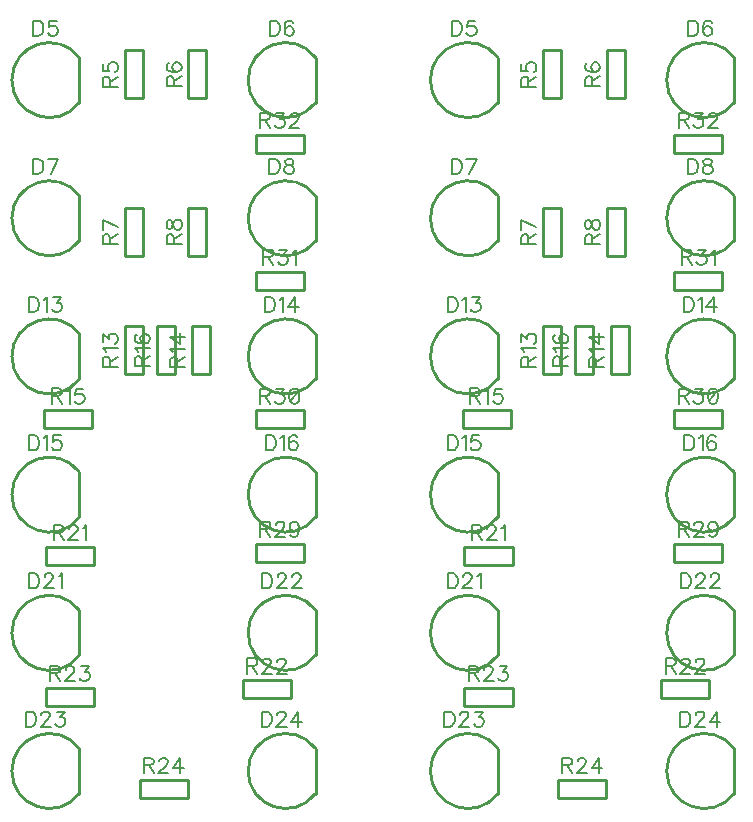
<source format=gbr>
G04 DipTrace 2.4.0.2*
%INTopSilk.gbr*%
%MOIN*%
%ADD10C,0.0098*%
%ADD39C,0.0077*%
%FSLAX44Y44*%
G04*
G70*
G90*
G75*
G01*
%LNTopSilk*%
%LPD*%
X6940Y29192D2*
D10*
Y27693D1*
X6938Y29195D2*
G03X6938Y27690I-998J-752D01*
G01*
X14815Y29192D2*
Y27693D1*
X14813Y29195D2*
G03X14813Y27690I-998J-752D01*
G01*
X6940Y24586D2*
Y23087D1*
X6938Y24589D2*
G03X6938Y23084I-998J-752D01*
G01*
X14815Y24586D2*
Y23087D1*
X14813Y24589D2*
G03X14813Y23084I-998J-752D01*
G01*
X6940Y19980D2*
Y18481D1*
X6938Y19983D2*
G03X6938Y18478I-998J-752D01*
G01*
X14815Y19980D2*
Y18481D1*
X14813Y19983D2*
G03X14813Y18478I-998J-752D01*
G01*
X6940Y15373D2*
Y13874D1*
X6938Y15376D2*
G03X6938Y13871I-998J-752D01*
G01*
X14815Y15373D2*
Y13874D1*
X14813Y15376D2*
G03X14813Y13871I-998J-752D01*
G01*
X6940Y10767D2*
Y9268D1*
X6938Y10770D2*
G03X6938Y9265I-998J-752D01*
G01*
X14815Y10767D2*
Y9268D1*
X14813Y10770D2*
G03X14813Y9265I-998J-752D01*
G01*
X6940Y6161D2*
Y4662D1*
X6938Y6164D2*
G03X6938Y4659I-998J-752D01*
G01*
X14815Y6161D2*
Y4662D1*
X14813Y6164D2*
G03X14813Y4659I-998J-752D01*
G01*
X9053Y29432D2*
X8453D1*
X9053Y27829D2*
Y29432D1*
Y27829D2*
X8453D1*
Y29432D1*
X11178D2*
X10578D1*
X11178Y27829D2*
Y29432D1*
Y27829D2*
X10578D1*
Y29432D1*
X9053Y24182D2*
X8453D1*
X9053Y22579D2*
Y24182D1*
Y22579D2*
X8453D1*
Y24182D1*
X11178D2*
X10578D1*
X11178Y22579D2*
Y24182D1*
Y22579D2*
X10578D1*
Y24182D1*
X9053Y20244D2*
X8453D1*
X9053Y18641D2*
Y20244D1*
Y18641D2*
X8453D1*
Y20244D1*
X11303D2*
X10703D1*
X11303Y18641D2*
Y20244D1*
Y18641D2*
X10703D1*
Y20244D1*
X7367Y16830D2*
Y17430D1*
X5764Y16830D2*
X7367D1*
X5764D2*
Y17430D1*
X7367D1*
X10115Y20244D2*
X9515D1*
X10115Y18641D2*
Y20244D1*
Y18641D2*
X9515D1*
Y20244D1*
X7429Y12268D2*
Y12868D1*
X5826Y12268D2*
X7429D1*
X5826D2*
Y12868D1*
X7429D1*
X13992Y7830D2*
Y8430D1*
X12389Y7830D2*
X13992D1*
X12389D2*
Y8430D1*
X13992D1*
X5826Y8180D2*
Y7580D1*
X7429Y8180D2*
X5826D1*
X7429D2*
Y7580D1*
X5826D1*
X8951Y5118D2*
Y4518D1*
X10554Y5118D2*
X8951D1*
X10554D2*
Y4518D1*
X8951D1*
X14421Y12393D2*
Y12993D1*
X12818Y12393D2*
X14421D1*
X12818D2*
Y12993D1*
X14421D1*
Y16830D2*
Y17430D1*
X12818Y16830D2*
X14421D1*
X12818D2*
Y17430D1*
X14421D1*
Y21455D2*
Y22055D1*
X12818Y21455D2*
X14421D1*
X12818D2*
Y22055D1*
X14421D1*
Y26018D2*
Y26618D1*
X12818Y26018D2*
X14421D1*
X12818D2*
Y26618D1*
X14421D1*
X5403Y30425D2*
D39*
Y29922D1*
X5571D1*
X5642Y29947D1*
X5691Y29994D1*
X5714Y30042D1*
X5738Y30114D1*
Y30234D1*
X5714Y30305D1*
X5691Y30353D1*
X5642Y30401D1*
X5571Y30425D1*
X5403D1*
X6179Y30424D2*
X5941D1*
X5917Y30209D1*
X5941Y30233D1*
X6012Y30257D1*
X6084D1*
X6156Y30233D1*
X6204Y30185D1*
X6227Y30114D1*
Y30066D1*
X6204Y29994D1*
X6156Y29946D1*
X6084Y29922D1*
X6012D1*
X5941Y29946D1*
X5917Y29970D1*
X5892Y30018D1*
X13290Y30425D2*
Y29922D1*
X13457D1*
X13529Y29947D1*
X13577Y29994D1*
X13601Y30042D1*
X13625Y30114D1*
Y30234D1*
X13601Y30305D1*
X13577Y30353D1*
X13529Y30401D1*
X13457Y30425D1*
X13290D1*
X14066Y30353D2*
X14042Y30400D1*
X13970Y30424D1*
X13923D1*
X13851Y30400D1*
X13803Y30329D1*
X13779Y30209D1*
Y30090D1*
X13803Y29994D1*
X13851Y29946D1*
X13923Y29922D1*
X13947D1*
X14018Y29946D1*
X14066Y29994D1*
X14090Y30066D1*
Y30090D1*
X14066Y30162D1*
X14018Y30209D1*
X13947Y30233D1*
X13923D1*
X13851Y30209D1*
X13803Y30162D1*
X13779Y30090D1*
X5403Y25818D2*
Y25316D1*
X5571D1*
X5642Y25340D1*
X5691Y25388D1*
X5714Y25436D1*
X5738Y25507D1*
Y25627D1*
X5714Y25699D1*
X5691Y25747D1*
X5642Y25795D1*
X5571Y25818D1*
X5403D1*
X5988Y25316D2*
X6227Y25818D1*
X5892D1*
X13278D2*
Y25316D1*
X13445D1*
X13517Y25340D1*
X13565Y25388D1*
X13589Y25436D1*
X13613Y25507D1*
Y25627D1*
X13589Y25699D1*
X13565Y25747D1*
X13517Y25795D1*
X13445Y25818D1*
X13278D1*
X13887D2*
X13815Y25794D1*
X13791Y25747D1*
Y25699D1*
X13815Y25651D1*
X13863Y25627D1*
X13959Y25603D1*
X14030Y25579D1*
X14078Y25531D1*
X14102Y25484D1*
Y25412D1*
X14078Y25364D1*
X14054Y25340D1*
X13982Y25316D1*
X13887D1*
X13815Y25340D1*
X13791Y25364D1*
X13767Y25412D1*
Y25484D1*
X13791Y25531D1*
X13839Y25579D1*
X13910Y25603D1*
X14006Y25627D1*
X14054Y25651D1*
X14078Y25699D1*
Y25747D1*
X14054Y25794D1*
X13982Y25818D1*
X13887D1*
X5266Y21212D2*
Y20710D1*
X5433D1*
X5505Y20734D1*
X5553Y20782D1*
X5577Y20830D1*
X5601Y20901D1*
Y21021D1*
X5577Y21093D1*
X5553Y21140D1*
X5505Y21188D1*
X5433Y21212D1*
X5266D1*
X5755Y21116D2*
X5803Y21140D1*
X5875Y21212D1*
Y20710D1*
X6078Y21212D2*
X6340D1*
X6197Y21020D1*
X6269D1*
X6317Y20997D1*
X6340Y20973D1*
X6365Y20901D1*
Y20853D1*
X6340Y20782D1*
X6293Y20734D1*
X6221Y20710D1*
X6149D1*
X6078Y20734D1*
X6054Y20758D1*
X6030Y20805D1*
X13129Y21212D2*
Y20710D1*
X13296D1*
X13368Y20734D1*
X13416Y20782D1*
X13440Y20830D1*
X13464Y20901D1*
Y21021D1*
X13440Y21093D1*
X13416Y21140D1*
X13368Y21188D1*
X13296Y21212D1*
X13129D1*
X13618Y21116D2*
X13666Y21140D1*
X13738Y21212D1*
Y20710D1*
X14132D2*
Y21212D1*
X13892Y20877D1*
X14251D1*
X5266Y16606D2*
Y16103D1*
X5433D1*
X5505Y16128D1*
X5553Y16175D1*
X5577Y16223D1*
X5601Y16295D1*
Y16415D1*
X5577Y16486D1*
X5553Y16534D1*
X5505Y16582D1*
X5433Y16606D1*
X5266D1*
X5755Y16510D2*
X5803Y16534D1*
X5875Y16605D1*
Y16103D1*
X6317Y16605D2*
X6078D1*
X6054Y16390D1*
X6078Y16414D1*
X6150Y16438D1*
X6221D1*
X6293Y16414D1*
X6341Y16367D1*
X6365Y16295D1*
Y16247D1*
X6341Y16175D1*
X6293Y16127D1*
X6221Y16103D1*
X6150D1*
X6078Y16127D1*
X6054Y16152D1*
X6030Y16199D1*
X13153Y16606D2*
Y16103D1*
X13320D1*
X13392Y16128D1*
X13440Y16175D1*
X13464Y16223D1*
X13488Y16295D1*
Y16415D1*
X13464Y16486D1*
X13440Y16534D1*
X13392Y16582D1*
X13320Y16606D1*
X13153D1*
X13642Y16510D2*
X13690Y16534D1*
X13762Y16605D1*
Y16103D1*
X14203Y16534D2*
X14179Y16582D1*
X14108Y16605D1*
X14060D1*
X13988Y16582D1*
X13940Y16510D1*
X13916Y16390D1*
Y16271D1*
X13940Y16175D1*
X13988Y16127D1*
X14060Y16103D1*
X14084D1*
X14155Y16127D1*
X14203Y16175D1*
X14227Y16247D1*
Y16271D1*
X14203Y16343D1*
X14155Y16390D1*
X14084Y16414D1*
X14060D1*
X13988Y16390D1*
X13940Y16343D1*
X13916Y16271D1*
X5266Y12000D2*
Y11497D1*
X5433D1*
X5505Y11521D1*
X5553Y11569D1*
X5577Y11617D1*
X5601Y11688D1*
Y11808D1*
X5577Y11880D1*
X5553Y11928D1*
X5505Y11976D1*
X5433Y12000D1*
X5266D1*
X5780Y11880D2*
Y11903D1*
X5803Y11951D1*
X5827Y11975D1*
X5875Y11999D1*
X5971D1*
X6018Y11975D1*
X6042Y11951D1*
X6067Y11903D1*
Y11856D1*
X6042Y11808D1*
X5995Y11736D1*
X5755Y11497D1*
X6090D1*
X6245Y11903D2*
X6293Y11928D1*
X6365Y11999D1*
Y11497D1*
X13033Y12000D2*
Y11497D1*
X13200D1*
X13272Y11521D1*
X13320Y11569D1*
X13344Y11617D1*
X13368Y11688D1*
Y11808D1*
X13344Y11880D1*
X13320Y11928D1*
X13272Y11976D1*
X13200Y12000D1*
X13033D1*
X13547Y11880D2*
Y11903D1*
X13570Y11951D1*
X13594Y11975D1*
X13642Y11999D1*
X13738D1*
X13785Y11975D1*
X13809Y11951D1*
X13834Y11903D1*
Y11856D1*
X13809Y11808D1*
X13762Y11736D1*
X13522Y11497D1*
X13857D1*
X14036Y11880D2*
Y11903D1*
X14060Y11951D1*
X14084Y11975D1*
X14132Y11999D1*
X14227D1*
X14275Y11975D1*
X14299Y11951D1*
X14323Y11903D1*
Y11856D1*
X14299Y11808D1*
X14251Y11736D1*
X14012Y11497D1*
X14347D1*
X5159Y7393D2*
Y6891D1*
X5326D1*
X5398Y6915D1*
X5446Y6963D1*
X5470Y7011D1*
X5493Y7082D1*
Y7202D1*
X5470Y7274D1*
X5446Y7321D1*
X5398Y7369D1*
X5326Y7393D1*
X5159D1*
X5672Y7273D2*
Y7297D1*
X5696Y7345D1*
X5720Y7369D1*
X5768Y7393D1*
X5863D1*
X5911Y7369D1*
X5935Y7345D1*
X5959Y7297D1*
Y7250D1*
X5935Y7201D1*
X5887Y7130D1*
X5648Y6891D1*
X5983D1*
X6185Y7393D2*
X6448D1*
X6305Y7201D1*
X6376D1*
X6424Y7178D1*
X6448Y7154D1*
X6472Y7082D1*
Y7035D1*
X6448Y6963D1*
X6400Y6915D1*
X6328Y6891D1*
X6257D1*
X6185Y6915D1*
X6161Y6939D1*
X6137Y6986D1*
X13021Y7393D2*
Y6891D1*
X13189D1*
X13260Y6915D1*
X13309Y6963D1*
X13332Y7011D1*
X13356Y7082D1*
Y7202D1*
X13332Y7274D1*
X13309Y7321D1*
X13260Y7369D1*
X13189Y7393D1*
X13021D1*
X13535Y7273D2*
Y7297D1*
X13559Y7345D1*
X13582Y7369D1*
X13630Y7393D1*
X13726D1*
X13774Y7369D1*
X13797Y7345D1*
X13822Y7297D1*
Y7250D1*
X13797Y7201D1*
X13750Y7130D1*
X13510Y6891D1*
X13845D1*
X14239D2*
Y7393D1*
X14000Y7058D1*
X14358D1*
X7960Y28218D2*
Y28433D1*
X7936Y28505D1*
X7912Y28529D1*
X7864Y28553D1*
X7816D1*
X7769Y28529D1*
X7744Y28505D1*
X7721Y28433D1*
Y28218D1*
X8223D1*
X7960Y28386D2*
X8223Y28553D1*
X7721Y28994D2*
Y28756D1*
X7936Y28732D1*
X7912Y28756D1*
X7888Y28827D1*
Y28899D1*
X7912Y28971D1*
X7960Y29019D1*
X8032Y29042D1*
X8079D1*
X8151Y29019D1*
X8199Y28971D1*
X8223Y28899D1*
Y28827D1*
X8199Y28756D1*
X8175Y28732D1*
X8127Y28708D1*
X10085Y28230D2*
Y28445D1*
X10061Y28517D1*
X10037Y28542D1*
X9989Y28565D1*
X9941D1*
X9894Y28542D1*
X9869Y28517D1*
X9846Y28445D1*
Y28230D1*
X10348D1*
X10085Y28398D2*
X10348Y28565D1*
X9917Y29007D2*
X9870Y28983D1*
X9846Y28911D1*
Y28863D1*
X9870Y28792D1*
X9942Y28743D1*
X10061Y28720D1*
X10181D1*
X10276Y28743D1*
X10324Y28792D1*
X10348Y28863D1*
Y28887D1*
X10324Y28958D1*
X10276Y29007D1*
X10204Y29030D1*
X10181D1*
X10109Y29007D1*
X10061Y28958D1*
X10037Y28887D1*
Y28863D1*
X10061Y28792D1*
X10109Y28743D1*
X10181Y28720D1*
X7960Y22968D2*
Y23183D1*
X7936Y23255D1*
X7912Y23279D1*
X7864Y23303D1*
X7816D1*
X7769Y23279D1*
X7744Y23255D1*
X7721Y23183D1*
Y22968D1*
X8223D1*
X7960Y23136D2*
X8223Y23303D1*
Y23553D2*
X7721Y23792D1*
Y23457D1*
X10085Y22968D2*
Y23183D1*
X10061Y23255D1*
X10037Y23279D1*
X9989Y23303D1*
X9941D1*
X9894Y23279D1*
X9869Y23255D1*
X9846Y23183D1*
Y22968D1*
X10348D1*
X10085Y23136D2*
X10348Y23303D1*
X9846Y23577D2*
X9870Y23506D1*
X9917Y23481D1*
X9966D1*
X10013Y23506D1*
X10037Y23553D1*
X10061Y23649D1*
X10085Y23721D1*
X10133Y23768D1*
X10181Y23792D1*
X10252D1*
X10300Y23768D1*
X10324Y23744D1*
X10348Y23673D1*
Y23577D1*
X10324Y23506D1*
X10300Y23481D1*
X10252Y23458D1*
X10181D1*
X10133Y23481D1*
X10085Y23529D1*
X10061Y23601D1*
X10037Y23696D1*
X10013Y23744D1*
X9966Y23768D1*
X9917D1*
X9870Y23744D1*
X9846Y23673D1*
Y23577D1*
X7960Y18894D2*
Y19109D1*
X7936Y19180D1*
X7912Y19205D1*
X7864Y19228D1*
X7816D1*
X7769Y19205D1*
X7744Y19180D1*
X7721Y19109D1*
Y18894D1*
X8223D1*
X7960Y19061D2*
X8223Y19228D1*
X7817Y19383D2*
X7792Y19431D1*
X7721Y19503D1*
X8223D1*
X7721Y19705D2*
Y19968D1*
X7912Y19825D1*
Y19896D1*
X7936Y19944D1*
X7960Y19968D1*
X8032Y19992D1*
X8079D1*
X8151Y19968D1*
X8199Y19920D1*
X8223Y19848D1*
Y19777D1*
X8199Y19705D1*
X8175Y19681D1*
X8127Y19657D1*
X10210Y18882D2*
Y19097D1*
X10186Y19168D1*
X10162Y19193D1*
X10114Y19216D1*
X10066D1*
X10019Y19193D1*
X9994Y19168D1*
X9971Y19097D1*
Y18882D1*
X10473D1*
X10210Y19049D2*
X10473Y19216D1*
X10067Y19371D2*
X10042Y19419D1*
X9971Y19491D1*
X10473D1*
Y19884D2*
X9971D1*
X10306Y19645D1*
Y20004D1*
X6016Y17923D2*
X6231D1*
X6303Y17948D1*
X6327Y17971D1*
X6351Y18019D1*
Y18067D1*
X6327Y18114D1*
X6303Y18139D1*
X6231Y18163D1*
X6016D1*
Y17660D1*
X6184Y17923D2*
X6351Y17660D1*
X6505Y18066D2*
X6553Y18091D1*
X6625Y18162D1*
Y17660D1*
X7067Y18162D2*
X6828D1*
X6804Y17947D1*
X6828Y17971D1*
X6900Y17995D1*
X6971D1*
X7043Y17971D1*
X7091Y17923D1*
X7115Y17851D1*
Y17804D1*
X7091Y17732D1*
X7043Y17684D1*
X6971Y17660D1*
X6900D1*
X6828Y17684D1*
X6804Y17708D1*
X6780Y17756D1*
X9022Y18906D2*
Y19121D1*
X8998Y19193D1*
X8974Y19217D1*
X8927Y19241D1*
X8879D1*
X8831Y19217D1*
X8807Y19193D1*
X8783Y19121D1*
Y18906D1*
X9286D1*
X9022Y19073D2*
X9286Y19241D1*
X8879Y19395D2*
X8855Y19443D1*
X8784Y19515D1*
X9286D1*
X8855Y19956D2*
X8807Y19932D1*
X8784Y19861D1*
Y19813D1*
X8807Y19741D1*
X8879Y19693D1*
X8999Y19669D1*
X9118D1*
X9214Y19693D1*
X9262Y19741D1*
X9286Y19813D1*
Y19837D1*
X9262Y19908D1*
X9214Y19956D1*
X9142Y19980D1*
X9118D1*
X9046Y19956D1*
X8999Y19908D1*
X8975Y19837D1*
Y19813D1*
X8999Y19741D1*
X9046Y19693D1*
X9118Y19669D1*
X6079Y13361D2*
X6294D1*
X6365Y13385D1*
X6390Y13409D1*
X6414Y13456D1*
Y13504D1*
X6390Y13552D1*
X6365Y13576D1*
X6294Y13600D1*
X6079D1*
Y13098D1*
X6246Y13361D2*
X6414Y13098D1*
X6592Y13480D2*
Y13504D1*
X6616Y13552D1*
X6640Y13576D1*
X6688Y13599D1*
X6783D1*
X6831Y13576D1*
X6855Y13552D1*
X6879Y13504D1*
Y13456D1*
X6855Y13408D1*
X6807Y13337D1*
X6568Y13098D1*
X6903D1*
X7057Y13504D2*
X7105Y13528D1*
X7177Y13599D1*
Y13098D1*
X12534Y8923D2*
X12749D1*
X12820Y8948D1*
X12845Y8971D1*
X12869Y9019D1*
Y9067D1*
X12845Y9114D1*
X12820Y9139D1*
X12749Y9163D1*
X12534D1*
Y8660D1*
X12701Y8923D2*
X12869Y8660D1*
X13047Y9043D2*
Y9066D1*
X13071Y9114D1*
X13095Y9138D1*
X13143Y9162D1*
X13238D1*
X13286Y9138D1*
X13310Y9114D1*
X13334Y9066D1*
Y9019D1*
X13310Y8971D1*
X13262Y8899D1*
X13023Y8660D1*
X13358D1*
X13537Y9043D2*
Y9066D1*
X13560Y9114D1*
X13584Y9138D1*
X13632Y9162D1*
X13728D1*
X13775Y9138D1*
X13799Y9114D1*
X13823Y9066D1*
Y9019D1*
X13799Y8971D1*
X13752Y8899D1*
X13512Y8660D1*
X13847D1*
X5971Y8673D2*
X6186D1*
X6258Y8698D1*
X6282Y8721D1*
X6306Y8769D1*
Y8817D1*
X6282Y8864D1*
X6258Y8889D1*
X6186Y8913D1*
X5971D1*
Y8410D1*
X6139Y8673D2*
X6306Y8410D1*
X6485Y8793D2*
Y8816D1*
X6508Y8864D1*
X6532Y8888D1*
X6580Y8912D1*
X6676D1*
X6723Y8888D1*
X6747Y8864D1*
X6772Y8816D1*
Y8769D1*
X6747Y8721D1*
X6700Y8649D1*
X6460Y8410D1*
X6795D1*
X6998Y8912D2*
X7260D1*
X7117Y8721D1*
X7189D1*
X7237Y8697D1*
X7260Y8673D1*
X7285Y8601D1*
Y8554D1*
X7260Y8482D1*
X7213Y8434D1*
X7141Y8410D1*
X7069D1*
X6998Y8434D1*
X6974Y8458D1*
X6950Y8506D1*
X9084Y5611D2*
X9299D1*
X9371Y5635D1*
X9395Y5659D1*
X9419Y5706D1*
Y5754D1*
X9395Y5802D1*
X9371Y5826D1*
X9299Y5850D1*
X9084D1*
Y5347D1*
X9252Y5611D2*
X9419Y5347D1*
X9598Y5730D2*
Y5754D1*
X9622Y5802D1*
X9645Y5826D1*
X9693Y5849D1*
X9789D1*
X9837Y5826D1*
X9860Y5802D1*
X9885Y5754D1*
Y5706D1*
X9860Y5658D1*
X9813Y5587D1*
X9573Y5347D1*
X9908D1*
X10302D2*
Y5849D1*
X10063Y5515D1*
X10421D1*
X12974Y13486D2*
X13189D1*
X13261Y13510D1*
X13286Y13534D1*
X13309Y13581D1*
Y13629D1*
X13286Y13677D1*
X13261Y13701D1*
X13189Y13725D1*
X12974D1*
Y13223D1*
X13142Y13486D2*
X13309Y13223D1*
X13488Y13605D2*
Y13629D1*
X13512Y13677D1*
X13536Y13701D1*
X13584Y13724D1*
X13679D1*
X13727Y13701D1*
X13751Y13677D1*
X13775Y13629D1*
Y13581D1*
X13751Y13533D1*
X13703Y13462D1*
X13464Y13223D1*
X13799D1*
X14264Y13557D2*
X14240Y13486D1*
X14192Y13438D1*
X14121Y13414D1*
X14097D1*
X14025Y13438D1*
X13977Y13486D1*
X13953Y13557D1*
Y13581D1*
X13977Y13653D1*
X14025Y13701D1*
X14097Y13724D1*
X14121D1*
X14192Y13701D1*
X14240Y13653D1*
X14264Y13557D1*
Y13438D1*
X14240Y13318D1*
X14192Y13246D1*
X14121Y13223D1*
X14073D1*
X14001Y13246D1*
X13977Y13294D1*
X12963Y17923D2*
X13178D1*
X13249Y17947D1*
X13274Y17971D1*
X13297Y18019D1*
Y18067D1*
X13274Y18114D1*
X13249Y18139D1*
X13178Y18162D1*
X12963D1*
Y17660D1*
X13130Y17923D2*
X13297Y17660D1*
X13500Y18162D2*
X13762D1*
X13619Y17971D1*
X13691D1*
X13739Y17947D1*
X13762Y17923D1*
X13787Y17851D1*
Y17804D1*
X13762Y17732D1*
X13715Y17684D1*
X13643Y17660D1*
X13571D1*
X13500Y17684D1*
X13476Y17708D1*
X13452Y17756D1*
X14085Y18162D2*
X14013Y18138D1*
X13965Y18066D1*
X13941Y17947D1*
Y17875D1*
X13965Y17756D1*
X14013Y17684D1*
X14085Y17660D1*
X14132D1*
X14204Y17684D1*
X14252Y17756D1*
X14276Y17875D1*
Y17947D1*
X14252Y18066D1*
X14204Y18138D1*
X14132Y18162D1*
X14085D1*
X14252Y18066D2*
X13965Y17756D1*
X13070Y22548D2*
X13285D1*
X13357Y22573D1*
X13381Y22596D1*
X13405Y22644D1*
Y22692D1*
X13381Y22739D1*
X13357Y22764D1*
X13285Y22788D1*
X13070D1*
Y22285D1*
X13238Y22548D2*
X13405Y22285D1*
X13607Y22787D2*
X13870D1*
X13727Y22596D1*
X13799D1*
X13846Y22572D1*
X13870Y22548D1*
X13894Y22476D1*
Y22429D1*
X13870Y22357D1*
X13822Y22309D1*
X13751Y22285D1*
X13679D1*
X13607Y22309D1*
X13584Y22333D1*
X13559Y22381D1*
X14049Y22691D2*
X14097Y22716D1*
X14169Y22787D1*
Y22285D1*
X12963Y27111D2*
X13178D1*
X13249Y27135D1*
X13274Y27159D1*
X13297Y27206D1*
Y27254D1*
X13274Y27302D1*
X13249Y27326D1*
X13178Y27350D1*
X12963D1*
Y26848D1*
X13130Y27111D2*
X13297Y26848D1*
X13500Y27349D2*
X13762D1*
X13619Y27158D1*
X13691D1*
X13739Y27134D1*
X13762Y27111D1*
X13787Y27039D1*
Y26991D1*
X13762Y26919D1*
X13715Y26871D1*
X13643Y26848D1*
X13571D1*
X13500Y26871D1*
X13476Y26896D1*
X13452Y26943D1*
X13966Y27230D2*
Y27254D1*
X13989Y27302D1*
X14013Y27326D1*
X14061Y27349D1*
X14157D1*
X14204Y27326D1*
X14228Y27302D1*
X14252Y27254D1*
Y27206D1*
X14228Y27158D1*
X14181Y27087D1*
X13941Y26848D1*
X14276D1*
X20891Y29192D2*
D10*
Y27693D1*
X20889Y29195D2*
G03X20889Y27690I-998J-752D01*
G01*
X28766Y29192D2*
Y27693D1*
X28764Y29195D2*
G03X28764Y27690I-998J-752D01*
G01*
X20891Y24586D2*
Y23087D1*
X20889Y24589D2*
G03X20889Y23084I-998J-752D01*
G01*
X28766Y24586D2*
Y23087D1*
X28764Y24589D2*
G03X28764Y23084I-998J-752D01*
G01*
X20891Y19980D2*
Y18481D1*
X20889Y19983D2*
G03X20889Y18478I-998J-752D01*
G01*
X28766Y19980D2*
Y18481D1*
X28764Y19983D2*
G03X28764Y18478I-998J-752D01*
G01*
X20891Y15373D2*
Y13874D1*
X20889Y15376D2*
G03X20889Y13871I-998J-752D01*
G01*
X28766Y15373D2*
Y13874D1*
X28764Y15376D2*
G03X28764Y13871I-998J-752D01*
G01*
X20891Y10767D2*
Y9268D1*
X20889Y10770D2*
G03X20889Y9265I-998J-752D01*
G01*
X28766Y10767D2*
Y9268D1*
X28764Y10770D2*
G03X28764Y9265I-998J-752D01*
G01*
X20891Y6161D2*
Y4662D1*
X20889Y6164D2*
G03X20889Y4659I-998J-752D01*
G01*
X28766Y6161D2*
Y4662D1*
X28764Y6164D2*
G03X28764Y4659I-998J-752D01*
G01*
X23004Y29432D2*
X22404D1*
X23004Y27829D2*
Y29432D1*
Y27829D2*
X22404D1*
Y29432D1*
X25129D2*
X24529D1*
X25129Y27829D2*
Y29432D1*
Y27829D2*
X24529D1*
Y29432D1*
X23004Y24182D2*
X22404D1*
X23004Y22579D2*
Y24182D1*
Y22579D2*
X22404D1*
Y24182D1*
X25129D2*
X24529D1*
X25129Y22579D2*
Y24182D1*
Y22579D2*
X24529D1*
Y24182D1*
X23004Y20244D2*
X22404D1*
X23004Y18641D2*
Y20244D1*
Y18641D2*
X22404D1*
Y20244D1*
X25254D2*
X24654D1*
X25254Y18641D2*
Y20244D1*
Y18641D2*
X24654D1*
Y20244D1*
X21318Y16830D2*
Y17430D1*
X19715Y16830D2*
X21318D1*
X19715D2*
Y17430D1*
X21318D1*
X24066Y20244D2*
X23466D1*
X24066Y18641D2*
Y20244D1*
Y18641D2*
X23466D1*
Y20244D1*
X21380Y12268D2*
Y12868D1*
X19777Y12268D2*
X21380D1*
X19777D2*
Y12868D1*
X21380D1*
X27943Y7830D2*
Y8430D1*
X26340Y7830D2*
X27943D1*
X26340D2*
Y8430D1*
X27943D1*
X19777Y8180D2*
Y7580D1*
X21380Y8180D2*
X19777D1*
X21380D2*
Y7580D1*
X19777D1*
X22902Y5118D2*
Y4518D1*
X24505Y5118D2*
X22902D1*
X24505D2*
Y4518D1*
X22902D1*
X28372Y12393D2*
Y12993D1*
X26769Y12393D2*
X28372D1*
X26769D2*
Y12993D1*
X28372D1*
Y16830D2*
Y17430D1*
X26769Y16830D2*
X28372D1*
X26769D2*
Y17430D1*
X28372D1*
Y21455D2*
Y22055D1*
X26769Y21455D2*
X28372D1*
X26769D2*
Y22055D1*
X28372D1*
Y26018D2*
Y26618D1*
X26769Y26018D2*
X28372D1*
X26769D2*
Y26618D1*
X28372D1*
X19354Y30425D2*
D39*
Y29922D1*
X19522D1*
X19594Y29947D1*
X19642Y29994D1*
X19665Y30042D1*
X19689Y30114D1*
Y30234D1*
X19665Y30305D1*
X19642Y30353D1*
X19594Y30401D1*
X19522Y30425D1*
X19354D1*
X20130Y30424D2*
X19892D1*
X19868Y30209D1*
X19892Y30233D1*
X19964Y30257D1*
X20035D1*
X20107Y30233D1*
X20155Y30185D1*
X20179Y30114D1*
Y30066D1*
X20155Y29994D1*
X20107Y29946D1*
X20035Y29922D1*
X19964D1*
X19892Y29946D1*
X19868Y29970D1*
X19844Y30018D1*
X27241Y30425D2*
Y29922D1*
X27408D1*
X27480Y29947D1*
X27528Y29994D1*
X27552Y30042D1*
X27576Y30114D1*
Y30234D1*
X27552Y30305D1*
X27528Y30353D1*
X27480Y30401D1*
X27408Y30425D1*
X27241D1*
X28017Y30353D2*
X27993Y30400D1*
X27921Y30424D1*
X27874D1*
X27802Y30400D1*
X27754Y30329D1*
X27730Y30209D1*
Y30090D1*
X27754Y29994D1*
X27802Y29946D1*
X27874Y29922D1*
X27898D1*
X27969Y29946D1*
X28017Y29994D1*
X28041Y30066D1*
Y30090D1*
X28017Y30162D1*
X27969Y30209D1*
X27898Y30233D1*
X27874D1*
X27802Y30209D1*
X27754Y30162D1*
X27730Y30090D1*
X19354Y25818D2*
Y25316D1*
X19522D1*
X19594Y25340D1*
X19642Y25388D1*
X19665Y25436D1*
X19689Y25507D1*
Y25627D1*
X19665Y25699D1*
X19642Y25747D1*
X19594Y25795D1*
X19522Y25818D1*
X19354D1*
X19939Y25316D2*
X20179Y25818D1*
X19844D1*
X27229D2*
Y25316D1*
X27397D1*
X27468Y25340D1*
X27516Y25388D1*
X27540Y25436D1*
X27564Y25507D1*
Y25627D1*
X27540Y25699D1*
X27516Y25747D1*
X27468Y25795D1*
X27397Y25818D1*
X27229D1*
X27838D2*
X27766Y25794D1*
X27742Y25747D1*
Y25699D1*
X27766Y25651D1*
X27814Y25627D1*
X27910Y25603D1*
X27981Y25579D1*
X28029Y25531D1*
X28053Y25484D1*
Y25412D1*
X28029Y25364D1*
X28005Y25340D1*
X27933Y25316D1*
X27838D1*
X27766Y25340D1*
X27742Y25364D1*
X27718Y25412D1*
Y25484D1*
X27742Y25531D1*
X27790Y25579D1*
X27862Y25603D1*
X27957Y25627D1*
X28005Y25651D1*
X28029Y25699D1*
Y25747D1*
X28005Y25794D1*
X27933Y25818D1*
X27838D1*
X19217Y21212D2*
Y20710D1*
X19385D1*
X19456Y20734D1*
X19505Y20782D1*
X19528Y20830D1*
X19552Y20901D1*
Y21021D1*
X19528Y21093D1*
X19505Y21140D1*
X19456Y21188D1*
X19385Y21212D1*
X19217D1*
X19706Y21116D2*
X19755Y21140D1*
X19826Y21212D1*
Y20710D1*
X20029Y21212D2*
X20291D1*
X20148Y21020D1*
X20220D1*
X20268Y20997D1*
X20291Y20973D1*
X20316Y20901D1*
Y20853D1*
X20291Y20782D1*
X20244Y20734D1*
X20172Y20710D1*
X20100D1*
X20029Y20734D1*
X20005Y20758D1*
X19981Y20805D1*
X27080Y21212D2*
Y20710D1*
X27247D1*
X27319Y20734D1*
X27367Y20782D1*
X27391Y20830D1*
X27415Y20901D1*
Y21021D1*
X27391Y21093D1*
X27367Y21140D1*
X27319Y21188D1*
X27247Y21212D1*
X27080D1*
X27569Y21116D2*
X27617Y21140D1*
X27689Y21212D1*
Y20710D1*
X28083D2*
Y21212D1*
X27843Y20877D1*
X28202D1*
X19217Y16606D2*
Y16103D1*
X19385D1*
X19456Y16128D1*
X19505Y16175D1*
X19528Y16223D1*
X19552Y16295D1*
Y16415D1*
X19528Y16486D1*
X19505Y16534D1*
X19456Y16582D1*
X19385Y16606D1*
X19217D1*
X19706Y16510D2*
X19755Y16534D1*
X19826Y16605D1*
Y16103D1*
X20268Y16605D2*
X20029D1*
X20005Y16390D1*
X20029Y16414D1*
X20101Y16438D1*
X20172D1*
X20244Y16414D1*
X20292Y16367D1*
X20316Y16295D1*
Y16247D1*
X20292Y16175D1*
X20244Y16127D1*
X20172Y16103D1*
X20101D1*
X20029Y16127D1*
X20005Y16152D1*
X19981Y16199D1*
X27104Y16606D2*
Y16103D1*
X27271D1*
X27343Y16128D1*
X27391Y16175D1*
X27415Y16223D1*
X27439Y16295D1*
Y16415D1*
X27415Y16486D1*
X27391Y16534D1*
X27343Y16582D1*
X27271Y16606D1*
X27104D1*
X27593Y16510D2*
X27641Y16534D1*
X27713Y16605D1*
Y16103D1*
X28154Y16534D2*
X28131Y16582D1*
X28059Y16605D1*
X28011D1*
X27939Y16582D1*
X27891Y16510D1*
X27867Y16390D1*
Y16271D1*
X27891Y16175D1*
X27939Y16127D1*
X28011Y16103D1*
X28035D1*
X28106Y16127D1*
X28154Y16175D1*
X28178Y16247D1*
Y16271D1*
X28154Y16343D1*
X28106Y16390D1*
X28035Y16414D1*
X28011D1*
X27939Y16390D1*
X27891Y16343D1*
X27867Y16271D1*
X19217Y12000D2*
Y11497D1*
X19385D1*
X19456Y11521D1*
X19505Y11569D1*
X19528Y11617D1*
X19552Y11688D1*
Y11808D1*
X19528Y11880D1*
X19505Y11928D1*
X19456Y11976D1*
X19385Y12000D1*
X19217D1*
X19731Y11880D2*
Y11903D1*
X19755Y11951D1*
X19778Y11975D1*
X19826Y11999D1*
X19922D1*
X19970Y11975D1*
X19993Y11951D1*
X20018Y11903D1*
Y11856D1*
X19993Y11808D1*
X19946Y11736D1*
X19706Y11497D1*
X20041D1*
X20196Y11903D2*
X20244Y11928D1*
X20316Y11999D1*
Y11497D1*
X26984Y12000D2*
Y11497D1*
X27152D1*
X27223Y11521D1*
X27272Y11569D1*
X27295Y11617D1*
X27319Y11688D1*
Y11808D1*
X27295Y11880D1*
X27272Y11928D1*
X27223Y11976D1*
X27152Y12000D1*
X26984D1*
X27498Y11880D2*
Y11903D1*
X27522Y11951D1*
X27545Y11975D1*
X27593Y11999D1*
X27689D1*
X27737Y11975D1*
X27760Y11951D1*
X27785Y11903D1*
Y11856D1*
X27760Y11808D1*
X27713Y11736D1*
X27473Y11497D1*
X27808D1*
X27987Y11880D2*
Y11903D1*
X28011Y11951D1*
X28035Y11975D1*
X28083Y11999D1*
X28178D1*
X28226Y11975D1*
X28250Y11951D1*
X28274Y11903D1*
Y11856D1*
X28250Y11808D1*
X28202Y11736D1*
X27963Y11497D1*
X28298D1*
X19110Y7393D2*
Y6891D1*
X19277D1*
X19349Y6915D1*
X19397Y6963D1*
X19421Y7011D1*
X19445Y7082D1*
Y7202D1*
X19421Y7274D1*
X19397Y7321D1*
X19349Y7369D1*
X19277Y7393D1*
X19110D1*
X19623Y7273D2*
Y7297D1*
X19647Y7345D1*
X19671Y7369D1*
X19719Y7393D1*
X19814D1*
X19862Y7369D1*
X19886Y7345D1*
X19910Y7297D1*
Y7250D1*
X19886Y7201D1*
X19838Y7130D1*
X19599Y6891D1*
X19934D1*
X20136Y7393D2*
X20399D1*
X20256Y7201D1*
X20328D1*
X20375Y7178D1*
X20399Y7154D1*
X20423Y7082D1*
Y7035D1*
X20399Y6963D1*
X20351Y6915D1*
X20279Y6891D1*
X20208D1*
X20136Y6915D1*
X20113Y6939D1*
X20088Y6986D1*
X26972Y7393D2*
Y6891D1*
X27140D1*
X27212Y6915D1*
X27260Y6963D1*
X27283Y7011D1*
X27307Y7082D1*
Y7202D1*
X27283Y7274D1*
X27260Y7321D1*
X27212Y7369D1*
X27140Y7393D1*
X26972D1*
X27486Y7273D2*
Y7297D1*
X27510Y7345D1*
X27533Y7369D1*
X27581Y7393D1*
X27677D1*
X27725Y7369D1*
X27748Y7345D1*
X27773Y7297D1*
Y7250D1*
X27748Y7201D1*
X27701Y7130D1*
X27462Y6891D1*
X27796D1*
X28190D2*
Y7393D1*
X27951Y7058D1*
X28310D1*
X21911Y28218D2*
Y28433D1*
X21887Y28505D1*
X21863Y28529D1*
X21815Y28553D1*
X21767D1*
X21720Y28529D1*
X21695Y28505D1*
X21672Y28433D1*
Y28218D1*
X22174D1*
X21911Y28386D2*
X22174Y28553D1*
X21672Y28994D2*
Y28756D1*
X21887Y28732D1*
X21864Y28756D1*
X21839Y28827D1*
Y28899D1*
X21864Y28971D1*
X21911Y29019D1*
X21983Y29042D1*
X22030D1*
X22102Y29019D1*
X22150Y28971D1*
X22174Y28899D1*
Y28827D1*
X22150Y28756D1*
X22126Y28732D1*
X22079Y28708D1*
X24036Y28230D2*
Y28445D1*
X24012Y28517D1*
X23988Y28542D1*
X23940Y28565D1*
X23892D1*
X23845Y28542D1*
X23820Y28517D1*
X23797Y28445D1*
Y28230D1*
X24299D1*
X24036Y28398D2*
X24299Y28565D1*
X23869Y29007D2*
X23821Y28983D1*
X23797Y28911D1*
Y28863D1*
X23821Y28792D1*
X23893Y28743D1*
X24012Y28720D1*
X24132D1*
X24227Y28743D1*
X24275Y28792D1*
X24299Y28863D1*
Y28887D1*
X24275Y28958D1*
X24227Y29007D1*
X24155Y29030D1*
X24132D1*
X24060Y29007D1*
X24012Y28958D1*
X23989Y28887D1*
Y28863D1*
X24012Y28792D1*
X24060Y28743D1*
X24132Y28720D1*
X21911Y22968D2*
Y23183D1*
X21887Y23255D1*
X21863Y23279D1*
X21815Y23303D1*
X21767D1*
X21720Y23279D1*
X21695Y23255D1*
X21672Y23183D1*
Y22968D1*
X22174D1*
X21911Y23136D2*
X22174Y23303D1*
Y23553D2*
X21672Y23792D1*
Y23457D1*
X24036Y22968D2*
Y23183D1*
X24012Y23255D1*
X23988Y23279D1*
X23940Y23303D1*
X23892D1*
X23845Y23279D1*
X23820Y23255D1*
X23797Y23183D1*
Y22968D1*
X24299D1*
X24036Y23136D2*
X24299Y23303D1*
X23797Y23577D2*
X23821Y23506D1*
X23869Y23481D1*
X23917D1*
X23964Y23506D1*
X23989Y23553D1*
X24012Y23649D1*
X24036Y23721D1*
X24084Y23768D1*
X24132Y23792D1*
X24204D1*
X24251Y23768D1*
X24275Y23744D1*
X24299Y23673D1*
Y23577D1*
X24275Y23506D1*
X24251Y23481D1*
X24204Y23458D1*
X24132D1*
X24084Y23481D1*
X24036Y23529D1*
X24012Y23601D1*
X23989Y23696D1*
X23964Y23744D1*
X23917Y23768D1*
X23869D1*
X23821Y23744D1*
X23797Y23673D1*
Y23577D1*
X21911Y18894D2*
Y19109D1*
X21887Y19180D1*
X21863Y19205D1*
X21815Y19228D1*
X21767D1*
X21720Y19205D1*
X21695Y19180D1*
X21672Y19109D1*
Y18894D1*
X22174D1*
X21911Y19061D2*
X22174Y19228D1*
X21768Y19383D2*
X21744Y19431D1*
X21672Y19503D1*
X22174D1*
X21672Y19705D2*
Y19968D1*
X21864Y19825D1*
Y19896D1*
X21887Y19944D1*
X21911Y19968D1*
X21983Y19992D1*
X22030D1*
X22102Y19968D1*
X22150Y19920D1*
X22174Y19848D1*
Y19777D1*
X22150Y19705D1*
X22126Y19681D1*
X22079Y19657D1*
X24161Y18882D2*
Y19097D1*
X24137Y19168D1*
X24113Y19193D1*
X24065Y19216D1*
X24017D1*
X23970Y19193D1*
X23946Y19168D1*
X23922Y19097D1*
Y18882D1*
X24424D1*
X24161Y19049D2*
X24424Y19216D1*
X24018Y19371D2*
X23994Y19419D1*
X23922Y19491D1*
X24424D1*
Y19884D2*
X23922D1*
X24257Y19645D1*
Y20004D1*
X19967Y17923D2*
X20182D1*
X20254Y17948D1*
X20278Y17971D1*
X20302Y18019D1*
Y18067D1*
X20278Y18114D1*
X20254Y18139D1*
X20182Y18163D1*
X19967D1*
Y17660D1*
X20135Y17923D2*
X20302Y17660D1*
X20457Y18066D2*
X20505Y18091D1*
X20576Y18162D1*
Y17660D1*
X21018Y18162D2*
X20779D1*
X20755Y17947D1*
X20779Y17971D1*
X20851Y17995D1*
X20922D1*
X20994Y17971D1*
X21042Y17923D1*
X21066Y17851D1*
Y17804D1*
X21042Y17732D1*
X20994Y17684D1*
X20922Y17660D1*
X20851D1*
X20779Y17684D1*
X20755Y17708D1*
X20731Y17756D1*
X22974Y18906D2*
Y19121D1*
X22949Y19193D1*
X22925Y19217D1*
X22878Y19241D1*
X22830D1*
X22782Y19217D1*
X22758Y19193D1*
X22734Y19121D1*
Y18906D1*
X23237D1*
X22974Y19073D2*
X23237Y19241D1*
X22830Y19395D2*
X22806Y19443D1*
X22735Y19515D1*
X23237D1*
X22806Y19956D2*
X22759Y19932D1*
X22735Y19861D1*
Y19813D1*
X22759Y19741D1*
X22830Y19693D1*
X22950Y19669D1*
X23069D1*
X23165Y19693D1*
X23213Y19741D1*
X23237Y19813D1*
Y19837D1*
X23213Y19908D1*
X23165Y19956D1*
X23093Y19980D1*
X23069D1*
X22997Y19956D1*
X22950Y19908D1*
X22926Y19837D1*
Y19813D1*
X22950Y19741D1*
X22997Y19693D1*
X23069Y19669D1*
X20030Y13361D2*
X20245D1*
X20317Y13385D1*
X20341Y13409D1*
X20365Y13456D1*
Y13504D1*
X20341Y13552D1*
X20317Y13576D1*
X20245Y13600D1*
X20030D1*
Y13098D1*
X20197Y13361D2*
X20365Y13098D1*
X20543Y13480D2*
Y13504D1*
X20567Y13552D1*
X20591Y13576D1*
X20639Y13599D1*
X20735D1*
X20782Y13576D1*
X20806Y13552D1*
X20830Y13504D1*
Y13456D1*
X20806Y13408D1*
X20758Y13337D1*
X20519Y13098D1*
X20854D1*
X21008Y13504D2*
X21056Y13528D1*
X21128Y13599D1*
Y13098D1*
X26485Y8923D2*
X26700D1*
X26772Y8948D1*
X26796Y8971D1*
X26820Y9019D1*
Y9067D1*
X26796Y9114D1*
X26772Y9139D1*
X26700Y9163D1*
X26485D1*
Y8660D1*
X26652Y8923D2*
X26820Y8660D1*
X26998Y9043D2*
Y9066D1*
X27022Y9114D1*
X27046Y9138D1*
X27094Y9162D1*
X27190D1*
X27237Y9138D1*
X27261Y9114D1*
X27285Y9066D1*
Y9019D1*
X27261Y8971D1*
X27213Y8899D1*
X26974Y8660D1*
X27309D1*
X27488Y9043D2*
Y9066D1*
X27511Y9114D1*
X27535Y9138D1*
X27583Y9162D1*
X27679D1*
X27726Y9138D1*
X27750Y9114D1*
X27774Y9066D1*
Y9019D1*
X27750Y8971D1*
X27703Y8899D1*
X27463Y8660D1*
X27798D1*
X19922Y8673D2*
X20137D1*
X20209Y8698D1*
X20233Y8721D1*
X20257Y8769D1*
Y8817D1*
X20233Y8864D1*
X20209Y8889D1*
X20137Y8913D1*
X19922D1*
Y8410D1*
X20090Y8673D2*
X20257Y8410D1*
X20436Y8793D2*
Y8816D1*
X20460Y8864D1*
X20483Y8888D1*
X20531Y8912D1*
X20627D1*
X20675Y8888D1*
X20698Y8864D1*
X20723Y8816D1*
Y8769D1*
X20698Y8721D1*
X20651Y8649D1*
X20412Y8410D1*
X20746D1*
X20949Y8912D2*
X21211D1*
X21068Y8721D1*
X21140D1*
X21188Y8697D1*
X21211Y8673D1*
X21236Y8601D1*
Y8554D1*
X21211Y8482D1*
X21164Y8434D1*
X21092Y8410D1*
X21020D1*
X20949Y8434D1*
X20925Y8458D1*
X20901Y8506D1*
X23035Y5611D2*
X23250D1*
X23322Y5635D1*
X23346Y5659D1*
X23370Y5706D1*
Y5754D1*
X23346Y5802D1*
X23322Y5826D1*
X23250Y5850D1*
X23035D1*
Y5347D1*
X23203Y5611D2*
X23370Y5347D1*
X23549Y5730D2*
Y5754D1*
X23573Y5802D1*
X23596Y5826D1*
X23644Y5849D1*
X23740D1*
X23788Y5826D1*
X23811Y5802D1*
X23836Y5754D1*
Y5706D1*
X23811Y5658D1*
X23764Y5587D1*
X23525Y5347D1*
X23859D1*
X24253D2*
Y5849D1*
X24014Y5515D1*
X24373D1*
X26926Y13486D2*
X27141D1*
X27212Y13510D1*
X27237Y13534D1*
X27260Y13581D1*
Y13629D1*
X27237Y13677D1*
X27212Y13701D1*
X27141Y13725D1*
X26926D1*
Y13223D1*
X27093Y13486D2*
X27260Y13223D1*
X27439Y13605D2*
Y13629D1*
X27463Y13677D1*
X27487Y13701D1*
X27535Y13724D1*
X27630D1*
X27678Y13701D1*
X27702Y13677D1*
X27726Y13629D1*
Y13581D1*
X27702Y13533D1*
X27654Y13462D1*
X27415Y13223D1*
X27750D1*
X28215Y13557D2*
X28191Y13486D1*
X28144Y13438D1*
X28072Y13414D1*
X28048D1*
X27976Y13438D1*
X27929Y13486D1*
X27904Y13557D1*
Y13581D1*
X27929Y13653D1*
X27976Y13701D1*
X28048Y13724D1*
X28072D1*
X28144Y13701D1*
X28191Y13653D1*
X28215Y13557D1*
Y13438D1*
X28191Y13318D1*
X28144Y13246D1*
X28072Y13223D1*
X28024D1*
X27952Y13246D1*
X27929Y13294D1*
X26914Y17923D2*
X27129D1*
X27201Y17947D1*
X27225Y17971D1*
X27249Y18019D1*
Y18067D1*
X27225Y18114D1*
X27201Y18139D1*
X27129Y18162D1*
X26914D1*
Y17660D1*
X27081Y17923D2*
X27249Y17660D1*
X27451Y18162D2*
X27714D1*
X27570Y17971D1*
X27642D1*
X27690Y17947D1*
X27714Y17923D1*
X27738Y17851D1*
Y17804D1*
X27714Y17732D1*
X27666Y17684D1*
X27594Y17660D1*
X27522D1*
X27451Y17684D1*
X27427Y17708D1*
X27403Y17756D1*
X28036Y18162D2*
X27964Y18138D1*
X27916Y18066D1*
X27892Y17947D1*
Y17875D1*
X27916Y17756D1*
X27964Y17684D1*
X28036Y17660D1*
X28084D1*
X28155Y17684D1*
X28203Y17756D1*
X28227Y17875D1*
Y17947D1*
X28203Y18066D1*
X28155Y18138D1*
X28084Y18162D1*
X28036D1*
X28203Y18066D2*
X27916Y17756D1*
X27021Y22548D2*
X27236D1*
X27308Y22573D1*
X27332Y22596D1*
X27356Y22644D1*
Y22692D1*
X27332Y22739D1*
X27308Y22764D1*
X27236Y22788D1*
X27021D1*
Y22285D1*
X27189Y22548D2*
X27356Y22285D1*
X27559Y22787D2*
X27821D1*
X27678Y22596D1*
X27750D1*
X27797Y22572D1*
X27821Y22548D1*
X27845Y22476D1*
Y22429D1*
X27821Y22357D1*
X27774Y22309D1*
X27702Y22285D1*
X27630D1*
X27559Y22309D1*
X27535Y22333D1*
X27510Y22381D1*
X28000Y22691D2*
X28048Y22716D1*
X28120Y22787D1*
Y22285D1*
X26914Y27111D2*
X27129D1*
X27201Y27135D1*
X27225Y27159D1*
X27249Y27206D1*
Y27254D1*
X27225Y27302D1*
X27201Y27326D1*
X27129Y27350D1*
X26914D1*
Y26848D1*
X27081Y27111D2*
X27249Y26848D1*
X27451Y27349D2*
X27714D1*
X27570Y27158D1*
X27642D1*
X27690Y27134D1*
X27714Y27111D1*
X27738Y27039D1*
Y26991D1*
X27714Y26919D1*
X27666Y26871D1*
X27594Y26848D1*
X27522D1*
X27451Y26871D1*
X27427Y26896D1*
X27403Y26943D1*
X27917Y27230D2*
Y27254D1*
X27940Y27302D1*
X27964Y27326D1*
X28012Y27349D1*
X28108D1*
X28155Y27326D1*
X28179Y27302D1*
X28203Y27254D1*
Y27206D1*
X28179Y27158D1*
X28132Y27087D1*
X27892Y26848D1*
X28227D1*
M02*

</source>
